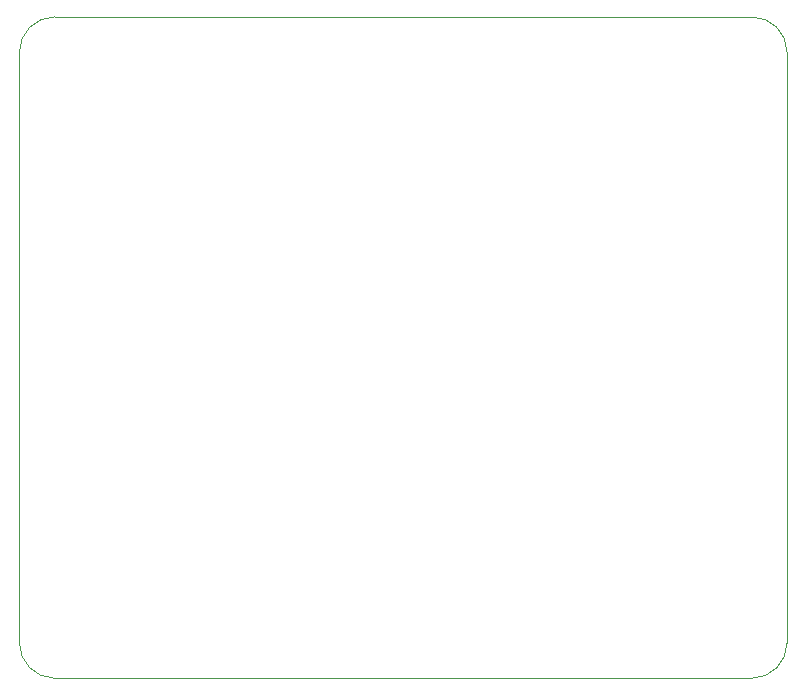
<source format=gbr>
G04*
G04 #@! TF.GenerationSoftware,Altium Limited,Altium Designer,23.10.1 (27)*
G04*
G04 Layer_Color=0*
%FSLAX42Y42*%
%MOMM*%
G71*
G04*
G04 #@! TF.SameCoordinates,D45A84C9-24EE-431E-81B0-E16C7BED9CBD*
G04*
G04*
G04 #@! TF.FilePolarity,Positive*
G04*
G01*
G75*
%ADD106C,0.03*%
D106*
X-50Y-5250D02*
G02*
X-350Y-4950I0J300D01*
G01*
Y50D01*
D02*
G02*
X-50Y350I300J0D01*
G01*
X5850D01*
D02*
G02*
X6150Y50I0J-300D01*
G01*
Y-4950D01*
D02*
G02*
X5850Y-5250I-300J0D01*
G01*
X-50D01*
M02*

</source>
